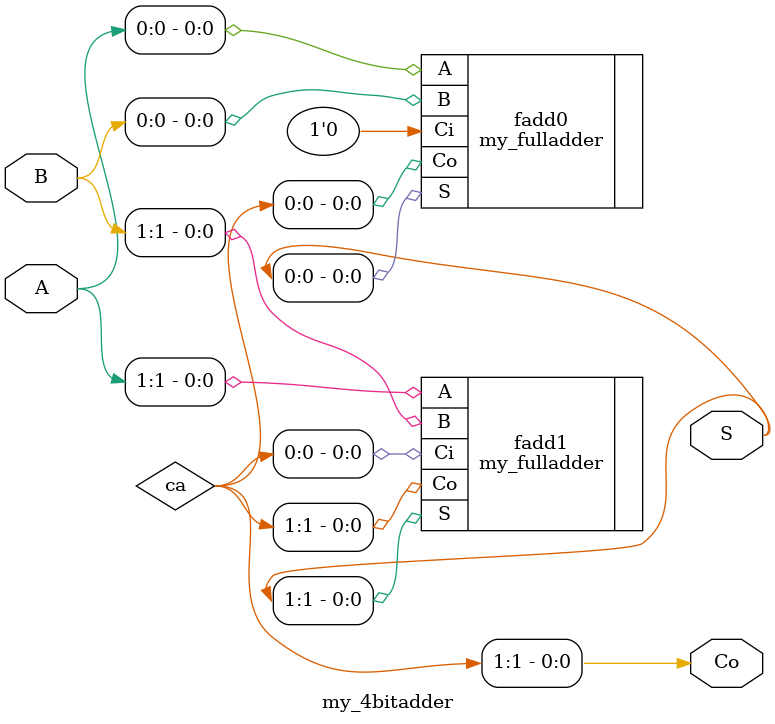
<source format=v>
`timescale 1ns / 1ps


module my_4bitadder(
    input [1:0] A,
    input [1:0] B,
    //input Ci,
    output [1:0] S,
    output Co
    );
    
    wire [1:0] ca;
    assign Co = ca[1];
    //assign Ci = 1'b0;
    
    my_fulladder fadd0(
    .A(A[0]),
    .B(B[0]),
    .Ci(1'b0),
    .S(S[0]),
    .Co(ca[0])
    );
    
    my_fulladder fadd1(
    .A(A[1]),
    .B(B[1]),
    .Ci(ca[0]),
    .S(S[1]),
    .Co(ca[1])
    );
    
endmodule

</source>
